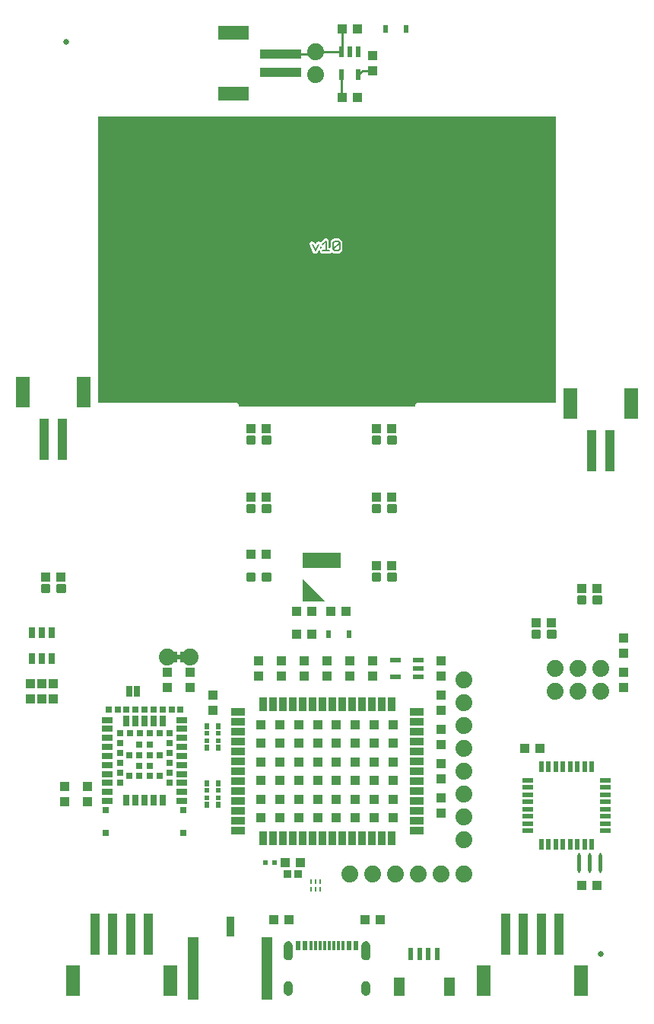
<source format=gtl>
G04 EAGLE Gerber RS-274X export*
G75*
%MOMM*%
%FSLAX34Y34*%
%LPD*%
%INTop Copper*%
%IPPOS*%
%AMOC8*
5,1,8,0,0,1.08239X$1,22.5*%
G01*
%ADD10C,0.203200*%
%ADD11C,0.635000*%
%ADD12R,1.200000X2.000000*%
%ADD13R,0.600000X1.350000*%
%ADD14R,1.100000X1.000000*%
%ADD15R,4.200000X1.700000*%
%ADD16R,1.000000X1.000000*%
%ADD17C,0.300000*%
%ADD18R,0.630000X0.830000*%
%ADD19R,1.000000X1.100000*%
%ADD20R,1.200000X0.550000*%
%ADD21R,0.850000X0.900000*%
%ADD22R,0.600000X0.600000*%
%ADD23R,0.850000X1.520000*%
%ADD24R,1.520000X0.850000*%
%ADD25R,1.100000X1.100000*%
%ADD26R,0.300000X1.000000*%
%ADD27R,0.600000X1.000000*%
%ADD28C,0.704800*%
%ADD29R,0.250000X0.610000*%
%ADD30R,0.250000X0.560000*%
%ADD31R,1.150000X7.000000*%
%ADD32R,0.900000X2.200000*%
%ADD33R,0.550000X0.800000*%
%ADD34R,0.550000X0.500000*%
%ADD35R,1.000000X4.600000*%
%ADD36R,1.600000X3.400000*%
%ADD37C,0.450000*%
%ADD38C,0.254000*%
%ADD39R,0.558800X1.270000*%
%ADD40R,1.270000X0.558800*%
%ADD41C,1.879600*%
%ADD42R,0.550000X1.200000*%
%ADD43R,4.600000X1.000000*%
%ADD44R,3.400000X1.600000*%
%ADD45R,0.635000X1.270000*%
%ADD46R,1.150000X0.700000*%
%ADD47R,0.700000X1.150000*%
%ADD48R,0.700000X0.700000*%
%ADD49R,0.700000X1.300000*%

G36*
X453156Y659642D02*
X453156Y659642D01*
X453175Y659640D01*
X453277Y659662D01*
X453379Y659679D01*
X453396Y659688D01*
X453416Y659692D01*
X453505Y659745D01*
X453596Y659794D01*
X453610Y659808D01*
X453627Y659818D01*
X453694Y659897D01*
X453766Y659972D01*
X453774Y659990D01*
X453787Y660005D01*
X453826Y660101D01*
X453869Y660195D01*
X453871Y660215D01*
X453879Y660233D01*
X453897Y660400D01*
X453897Y661768D01*
X455832Y663703D01*
X609600Y663703D01*
X609620Y663706D01*
X609639Y663704D01*
X609741Y663726D01*
X609843Y663742D01*
X609860Y663752D01*
X609880Y663756D01*
X609969Y663809D01*
X610060Y663858D01*
X610074Y663872D01*
X610091Y663882D01*
X610158Y663961D01*
X610230Y664036D01*
X610238Y664054D01*
X610251Y664069D01*
X610290Y664165D01*
X610333Y664259D01*
X610335Y664279D01*
X610343Y664297D01*
X610361Y664464D01*
X610361Y981600D01*
X610358Y981620D01*
X610360Y981639D01*
X610338Y981741D01*
X610322Y981843D01*
X610312Y981860D01*
X610308Y981880D01*
X610255Y981969D01*
X610206Y982060D01*
X610192Y982074D01*
X610182Y982091D01*
X610103Y982158D01*
X610028Y982230D01*
X610010Y982238D01*
X609995Y982251D01*
X609899Y982290D01*
X609805Y982333D01*
X609785Y982335D01*
X609767Y982343D01*
X609600Y982361D01*
X101600Y982361D01*
X101580Y982358D01*
X101561Y982360D01*
X101459Y982338D01*
X101357Y982322D01*
X101340Y982312D01*
X101320Y982308D01*
X101231Y982255D01*
X101140Y982206D01*
X101126Y982192D01*
X101109Y982182D01*
X101042Y982103D01*
X100971Y982028D01*
X100962Y982010D01*
X100949Y981995D01*
X100910Y981899D01*
X100867Y981805D01*
X100865Y981785D01*
X100857Y981767D01*
X100839Y981600D01*
X100839Y664464D01*
X100842Y664444D01*
X100840Y664425D01*
X100862Y664323D01*
X100879Y664221D01*
X100888Y664204D01*
X100892Y664184D01*
X100945Y664095D01*
X100994Y664004D01*
X101008Y663990D01*
X101018Y663973D01*
X101097Y663906D01*
X101172Y663834D01*
X101190Y663826D01*
X101205Y663813D01*
X101301Y663774D01*
X101395Y663731D01*
X101415Y663729D01*
X101433Y663721D01*
X101600Y663703D01*
X255368Y663703D01*
X257303Y661768D01*
X257303Y660400D01*
X257306Y660380D01*
X257304Y660361D01*
X257326Y660259D01*
X257342Y660157D01*
X257352Y660140D01*
X257356Y660120D01*
X257409Y660031D01*
X257458Y659940D01*
X257472Y659926D01*
X257482Y659909D01*
X257561Y659842D01*
X257636Y659771D01*
X257654Y659762D01*
X257669Y659749D01*
X257765Y659710D01*
X257859Y659667D01*
X257879Y659665D01*
X257897Y659657D01*
X258064Y659639D01*
X453136Y659639D01*
X453156Y659642D01*
G37*
%LPC*%
G36*
X342838Y829578D02*
X342838Y829578D01*
X342803Y829592D01*
X342717Y829598D01*
X342632Y829611D01*
X342595Y829605D01*
X342557Y829607D01*
X342401Y829574D01*
X341513Y830018D01*
X341482Y830028D01*
X341413Y830059D01*
X340470Y830374D01*
X340453Y830397D01*
X340439Y830432D01*
X340381Y830496D01*
X340331Y830566D01*
X340301Y830588D01*
X340276Y830616D01*
X340142Y830703D01*
X339827Y831645D01*
X339812Y831674D01*
X339786Y831745D01*
X335783Y839750D01*
X336582Y842146D01*
X338841Y843276D01*
X341237Y842477D01*
X341953Y841045D01*
X341964Y841031D01*
X341970Y841014D01*
X342036Y840931D01*
X342097Y840846D01*
X342112Y840835D01*
X342123Y840821D01*
X342212Y840764D01*
X342297Y840703D01*
X342314Y840697D01*
X342329Y840688D01*
X342432Y840662D01*
X342533Y840631D01*
X342550Y840631D01*
X342568Y840627D01*
X342673Y840635D01*
X342779Y840638D01*
X342795Y840644D01*
X342813Y840645D01*
X342910Y840687D01*
X343009Y840723D01*
X343023Y840734D01*
X343040Y840741D01*
X343119Y840811D01*
X343201Y840877D01*
X343211Y840892D01*
X343224Y840904D01*
X343315Y841045D01*
X344031Y842477D01*
X346427Y843276D01*
X348151Y842414D01*
X348171Y842407D01*
X348189Y842396D01*
X348265Y842377D01*
X348314Y842357D01*
X348343Y842354D01*
X348386Y842341D01*
X348407Y842341D01*
X348427Y842336D01*
X348473Y842340D01*
X348481Y842339D01*
X348497Y842339D01*
X348528Y842344D01*
X348529Y842344D01*
X348632Y842346D01*
X348652Y842354D01*
X348672Y842355D01*
X348720Y842375D01*
X348740Y842379D01*
X348781Y842400D01*
X348863Y842430D01*
X348879Y842443D01*
X348899Y842451D01*
X348940Y842485D01*
X348957Y842494D01*
X348975Y842512D01*
X349030Y842556D01*
X351056Y844583D01*
X353065Y846592D01*
X355591Y846592D01*
X357377Y844806D01*
X357377Y836676D01*
X357380Y836656D01*
X357378Y836637D01*
X357400Y836535D01*
X357417Y836433D01*
X357426Y836416D01*
X357430Y836396D01*
X357483Y836307D01*
X357532Y836216D01*
X357546Y836202D01*
X357556Y836185D01*
X357635Y836118D01*
X357710Y836046D01*
X357728Y836038D01*
X357743Y836025D01*
X357839Y835986D01*
X357933Y835943D01*
X357953Y835941D01*
X357971Y835933D01*
X358138Y835915D01*
X358653Y835915D01*
X358673Y835918D01*
X358692Y835916D01*
X358794Y835938D01*
X358896Y835954D01*
X358913Y835964D01*
X358933Y835968D01*
X359022Y836021D01*
X359113Y836070D01*
X359127Y836084D01*
X359144Y836094D01*
X359211Y836173D01*
X359282Y836248D01*
X359291Y836266D01*
X359304Y836281D01*
X359343Y836377D01*
X359386Y836471D01*
X359388Y836491D01*
X359396Y836509D01*
X359414Y836676D01*
X359414Y843026D01*
X360971Y844583D01*
X362214Y845826D01*
X362214Y845827D01*
X362980Y846592D01*
X369064Y846592D01*
X369859Y845797D01*
X371073Y844583D01*
X372630Y843026D01*
X372630Y833383D01*
X369064Y829817D01*
X362980Y829817D01*
X361603Y831194D01*
X361587Y831205D01*
X361574Y831221D01*
X361487Y831277D01*
X361403Y831337D01*
X361384Y831343D01*
X361368Y831354D01*
X361267Y831379D01*
X361168Y831410D01*
X361148Y831409D01*
X361129Y831414D01*
X361026Y831406D01*
X360922Y831403D01*
X360904Y831397D01*
X360884Y831395D01*
X360789Y831355D01*
X360691Y831319D01*
X360676Y831306D01*
X360657Y831299D01*
X360526Y831194D01*
X359150Y829817D01*
X349506Y829817D01*
X347720Y831603D01*
X347720Y832997D01*
X347709Y833066D01*
X347707Y833137D01*
X347689Y833187D01*
X347681Y833239D01*
X347648Y833302D01*
X347623Y833368D01*
X347590Y833410D01*
X347565Y833457D01*
X347514Y833505D01*
X347470Y833561D01*
X347426Y833590D01*
X347387Y833626D01*
X347323Y833656D01*
X347264Y833694D01*
X347212Y833707D01*
X347164Y833730D01*
X347094Y833737D01*
X347025Y833755D01*
X346972Y833751D01*
X346920Y833757D01*
X346850Y833742D01*
X346780Y833736D01*
X346731Y833716D01*
X346679Y833705D01*
X346619Y833668D01*
X346553Y833641D01*
X346514Y833606D01*
X346468Y833578D01*
X346422Y833525D01*
X346369Y833478D01*
X346329Y833416D01*
X346308Y833391D01*
X346300Y833370D01*
X346278Y833337D01*
X345482Y831745D01*
X345472Y831714D01*
X345441Y831645D01*
X345126Y830702D01*
X345103Y830685D01*
X345068Y830670D01*
X345004Y830613D01*
X344934Y830563D01*
X344912Y830532D01*
X344884Y830508D01*
X344797Y830373D01*
X343855Y830059D01*
X343826Y830044D01*
X343755Y830018D01*
X342866Y829574D01*
X342838Y829578D01*
G37*
%LPD*%
G36*
X352842Y442863D02*
X352842Y442863D01*
X352886Y442866D01*
X352908Y442882D01*
X352934Y442890D01*
X352963Y442923D01*
X352998Y442949D01*
X353008Y442975D01*
X353026Y442995D01*
X353033Y443039D01*
X353048Y443079D01*
X353043Y443106D01*
X353047Y443133D01*
X353029Y443174D01*
X353020Y443216D01*
X352994Y443252D01*
X352990Y443261D01*
X352985Y443265D01*
X352976Y443276D01*
X328976Y467276D01*
X328938Y467297D01*
X328905Y467326D01*
X328878Y467330D01*
X328854Y467343D01*
X328810Y467340D01*
X328767Y467347D01*
X328742Y467336D01*
X328714Y467334D01*
X328679Y467308D01*
X328639Y467290D01*
X328624Y467267D01*
X328602Y467251D01*
X328586Y467210D01*
X328562Y467174D01*
X328555Y467130D01*
X328552Y467121D01*
X328553Y467114D01*
X328551Y467100D01*
X328551Y443100D01*
X328556Y443084D01*
X328553Y443067D01*
X328575Y443017D01*
X328590Y442966D01*
X328603Y442955D01*
X328610Y442939D01*
X328655Y442909D01*
X328695Y442874D01*
X328712Y442871D01*
X328727Y442862D01*
X328800Y442851D01*
X352800Y442851D01*
X352842Y442863D01*
G37*
G36*
X399898Y43926D02*
X399898Y43926D01*
X399904Y43932D01*
X399909Y43929D01*
X400966Y44299D01*
X400970Y44306D01*
X400976Y44303D01*
X401924Y44899D01*
X401927Y44907D01*
X401932Y44906D01*
X402724Y45698D01*
X402725Y45706D01*
X402731Y45706D01*
X403327Y46654D01*
X403326Y46663D01*
X403331Y46664D01*
X403701Y47721D01*
X403700Y47725D01*
X403702Y47727D01*
X403700Y47730D01*
X403704Y47732D01*
X403829Y48845D01*
X403827Y48848D01*
X403829Y48850D01*
X403829Y59850D01*
X403827Y59853D01*
X403829Y59856D01*
X403704Y60968D01*
X403698Y60974D01*
X403701Y60979D01*
X403331Y62036D01*
X403325Y62040D01*
X403327Y62046D01*
X402731Y62994D01*
X402723Y62997D01*
X402724Y63002D01*
X401932Y63794D01*
X401924Y63795D01*
X401924Y63801D01*
X400976Y64397D01*
X400967Y64396D01*
X400966Y64401D01*
X399909Y64771D01*
X399901Y64769D01*
X399898Y64774D01*
X398786Y64899D01*
X398778Y64895D01*
X398775Y64899D01*
X397662Y64774D01*
X397656Y64768D01*
X397651Y64771D01*
X396594Y64401D01*
X396590Y64395D01*
X396584Y64397D01*
X395636Y63801D01*
X395633Y63793D01*
X395628Y63794D01*
X394836Y63002D01*
X394835Y62994D01*
X394829Y62994D01*
X394233Y62046D01*
X394234Y62039D01*
X394230Y62037D01*
X394230Y62036D01*
X394229Y62036D01*
X393859Y60979D01*
X393861Y60971D01*
X393856Y60968D01*
X393731Y59856D01*
X393733Y59852D01*
X393731Y59850D01*
X393731Y48850D01*
X393733Y48847D01*
X393731Y48845D01*
X393856Y47732D01*
X393862Y47726D01*
X393859Y47721D01*
X394229Y46664D01*
X394236Y46660D01*
X394233Y46654D01*
X394829Y45706D01*
X394837Y45703D01*
X394836Y45698D01*
X395628Y44906D01*
X395636Y44905D01*
X395636Y44899D01*
X396584Y44303D01*
X396593Y44304D01*
X396594Y44299D01*
X397651Y43929D01*
X397659Y43931D01*
X397662Y43926D01*
X398775Y43801D01*
X398782Y43805D01*
X398786Y43801D01*
X399898Y43926D01*
G37*
G36*
X313538Y43926D02*
X313538Y43926D01*
X313544Y43932D01*
X313549Y43929D01*
X314606Y44299D01*
X314610Y44306D01*
X314616Y44303D01*
X315564Y44899D01*
X315567Y44907D01*
X315572Y44906D01*
X316364Y45698D01*
X316365Y45706D01*
X316371Y45706D01*
X316967Y46654D01*
X316966Y46663D01*
X316971Y46664D01*
X317341Y47721D01*
X317340Y47725D01*
X317342Y47727D01*
X317340Y47730D01*
X317344Y47732D01*
X317469Y48845D01*
X317467Y48848D01*
X317469Y48850D01*
X317469Y59850D01*
X317467Y59853D01*
X317469Y59856D01*
X317344Y60968D01*
X317338Y60974D01*
X317341Y60979D01*
X316971Y62036D01*
X316965Y62040D01*
X316967Y62046D01*
X316371Y62994D01*
X316363Y62997D01*
X316364Y63002D01*
X315572Y63794D01*
X315564Y63795D01*
X315564Y63801D01*
X314616Y64397D01*
X314607Y64396D01*
X314606Y64401D01*
X313549Y64771D01*
X313541Y64769D01*
X313538Y64774D01*
X312426Y64899D01*
X312418Y64895D01*
X312415Y64899D01*
X311302Y64774D01*
X311296Y64768D01*
X311291Y64771D01*
X310234Y64401D01*
X310230Y64395D01*
X310224Y64397D01*
X309276Y63801D01*
X309273Y63793D01*
X309268Y63794D01*
X308476Y63002D01*
X308475Y62994D01*
X308469Y62994D01*
X307873Y62046D01*
X307874Y62039D01*
X307870Y62037D01*
X307870Y62036D01*
X307869Y62036D01*
X307499Y60979D01*
X307501Y60971D01*
X307496Y60968D01*
X307371Y59856D01*
X307373Y59852D01*
X307371Y59850D01*
X307371Y48850D01*
X307373Y48847D01*
X307371Y48845D01*
X307496Y47732D01*
X307502Y47726D01*
X307499Y47721D01*
X307869Y46664D01*
X307876Y46660D01*
X307873Y46654D01*
X308469Y45706D01*
X308477Y45703D01*
X308476Y45698D01*
X309268Y44906D01*
X309276Y44905D01*
X309276Y44899D01*
X310224Y44303D01*
X310233Y44304D01*
X310234Y44299D01*
X311291Y43929D01*
X311299Y43931D01*
X311302Y43926D01*
X312415Y43801D01*
X312422Y43805D01*
X312426Y43801D01*
X313538Y43926D01*
G37*
G36*
X313538Y4626D02*
X313538Y4626D01*
X313544Y4632D01*
X313549Y4629D01*
X314606Y4999D01*
X314610Y5006D01*
X314616Y5003D01*
X315564Y5599D01*
X315567Y5607D01*
X315572Y5606D01*
X316364Y6398D01*
X316365Y6406D01*
X316371Y6406D01*
X316967Y7354D01*
X316966Y7363D01*
X316971Y7364D01*
X317341Y8421D01*
X317340Y8425D01*
X317342Y8427D01*
X317340Y8430D01*
X317344Y8432D01*
X317469Y9545D01*
X317467Y9548D01*
X317469Y9550D01*
X317469Y15550D01*
X317467Y15553D01*
X317469Y15556D01*
X317344Y16668D01*
X317338Y16674D01*
X317341Y16679D01*
X316971Y17736D01*
X316965Y17740D01*
X316967Y17746D01*
X316371Y18694D01*
X316363Y18697D01*
X316364Y18702D01*
X315572Y19494D01*
X315564Y19495D01*
X315564Y19501D01*
X314616Y20097D01*
X314607Y20096D01*
X314606Y20101D01*
X313549Y20471D01*
X313541Y20469D01*
X313538Y20474D01*
X312426Y20599D01*
X312418Y20595D01*
X312415Y20599D01*
X311302Y20474D01*
X311296Y20468D01*
X311291Y20471D01*
X310234Y20101D01*
X310230Y20095D01*
X310224Y20097D01*
X309276Y19501D01*
X309273Y19493D01*
X309268Y19494D01*
X308476Y18702D01*
X308475Y18694D01*
X308469Y18694D01*
X307873Y17746D01*
X307874Y17737D01*
X307869Y17736D01*
X307499Y16679D01*
X307501Y16671D01*
X307496Y16668D01*
X307371Y15556D01*
X307373Y15552D01*
X307371Y15550D01*
X307371Y9550D01*
X307373Y9547D01*
X307371Y9545D01*
X307496Y8432D01*
X307502Y8426D01*
X307499Y8421D01*
X307869Y7364D01*
X307876Y7360D01*
X307873Y7354D01*
X308469Y6406D01*
X308477Y6403D01*
X308476Y6398D01*
X309268Y5606D01*
X309276Y5605D01*
X309276Y5599D01*
X310224Y5003D01*
X310233Y5004D01*
X310234Y4999D01*
X311291Y4629D01*
X311299Y4631D01*
X311302Y4626D01*
X312415Y4501D01*
X312422Y4505D01*
X312426Y4501D01*
X313538Y4626D01*
G37*
G36*
X399898Y4626D02*
X399898Y4626D01*
X399904Y4632D01*
X399909Y4629D01*
X400966Y4999D01*
X400970Y5006D01*
X400976Y5003D01*
X401924Y5599D01*
X401927Y5607D01*
X401932Y5606D01*
X402724Y6398D01*
X402725Y6406D01*
X402731Y6406D01*
X403327Y7354D01*
X403326Y7363D01*
X403331Y7364D01*
X403701Y8421D01*
X403700Y8425D01*
X403702Y8427D01*
X403700Y8430D01*
X403704Y8432D01*
X403829Y9545D01*
X403827Y9548D01*
X403829Y9550D01*
X403829Y15550D01*
X403827Y15553D01*
X403829Y15556D01*
X403704Y16668D01*
X403698Y16674D01*
X403701Y16679D01*
X403331Y17736D01*
X403325Y17740D01*
X403327Y17746D01*
X402731Y18694D01*
X402723Y18697D01*
X402724Y18702D01*
X401932Y19494D01*
X401924Y19495D01*
X401924Y19501D01*
X400976Y20097D01*
X400967Y20096D01*
X400966Y20101D01*
X399909Y20471D01*
X399901Y20469D01*
X399898Y20474D01*
X398786Y20599D01*
X398778Y20595D01*
X398775Y20599D01*
X397662Y20474D01*
X397656Y20468D01*
X397651Y20471D01*
X396594Y20101D01*
X396590Y20095D01*
X396584Y20097D01*
X395636Y19501D01*
X395633Y19493D01*
X395628Y19494D01*
X394836Y18702D01*
X394835Y18694D01*
X394829Y18694D01*
X394233Y17746D01*
X394234Y17737D01*
X394229Y17736D01*
X393859Y16679D01*
X393861Y16671D01*
X393856Y16668D01*
X393731Y15556D01*
X393733Y15552D01*
X393731Y15550D01*
X393731Y9550D01*
X393733Y9547D01*
X393731Y9545D01*
X393856Y8432D01*
X393862Y8426D01*
X393859Y8421D01*
X394229Y7364D01*
X394236Y7360D01*
X394233Y7354D01*
X394829Y6406D01*
X394837Y6403D01*
X394836Y6398D01*
X395628Y5606D01*
X395636Y5605D01*
X395636Y5599D01*
X396584Y5003D01*
X396593Y5004D01*
X396594Y4999D01*
X397651Y4629D01*
X397659Y4631D01*
X397662Y4626D01*
X398775Y4501D01*
X398782Y4505D01*
X398786Y4501D01*
X399898Y4626D01*
G37*
G36*
X197504Y378155D02*
X197504Y378155D01*
X197526Y378159D01*
X197533Y378174D01*
X197542Y378180D01*
X197541Y378190D01*
X197548Y378206D01*
X197548Y383794D01*
X197536Y383813D01*
X197532Y383835D01*
X197517Y383842D01*
X197511Y383851D01*
X197501Y383850D01*
X197485Y383857D01*
X188659Y383857D01*
X188640Y383845D01*
X188617Y383841D01*
X188610Y383826D01*
X188601Y383820D01*
X188602Y383817D01*
X188601Y383817D01*
X188603Y383809D01*
X188596Y383794D01*
X188596Y378206D01*
X188608Y378187D01*
X188611Y378165D01*
X188627Y378158D01*
X188633Y378149D01*
X188643Y378150D01*
X188659Y378143D01*
X197485Y378143D01*
X197504Y378155D01*
G37*
G36*
X348465Y835143D02*
X348465Y835143D01*
X348586Y835152D01*
X348587Y835152D01*
X348588Y835152D01*
X348698Y835200D01*
X348812Y835248D01*
X348813Y835248D01*
X348814Y835249D01*
X348945Y835353D01*
X349478Y835887D01*
X349490Y835903D01*
X349505Y835915D01*
X349562Y836003D01*
X349622Y836087D01*
X349628Y836105D01*
X349638Y836122D01*
X349664Y836223D01*
X349694Y836322D01*
X349694Y836342D01*
X349698Y836361D01*
X349690Y836464D01*
X349688Y836567D01*
X349681Y836586D01*
X349679Y836606D01*
X349639Y836701D01*
X349603Y836798D01*
X349591Y836814D01*
X349583Y836832D01*
X349478Y836963D01*
X349300Y837141D01*
X349285Y837152D01*
X349273Y837167D01*
X349185Y837224D01*
X349101Y837285D01*
X349083Y837290D01*
X349067Y837300D01*
X348965Y837326D01*
X348866Y837357D01*
X348847Y837357D01*
X348828Y837361D01*
X348724Y837353D01*
X348620Y837351D01*
X348602Y837344D01*
X348583Y837343D01*
X348487Y837302D01*
X348389Y837266D01*
X348374Y837254D01*
X348357Y837247D01*
X348279Y837178D01*
X348197Y837112D01*
X348186Y837097D01*
X348172Y837084D01*
X348081Y836943D01*
X347726Y836232D01*
X347725Y836231D01*
X347725Y836230D01*
X347690Y836117D01*
X347653Y835997D01*
X347653Y835996D01*
X347652Y835995D01*
X347656Y835872D01*
X347658Y835751D01*
X347659Y835750D01*
X347659Y835749D01*
X347704Y835625D01*
X347742Y835520D01*
X347743Y835519D01*
X347743Y835518D01*
X347822Y835420D01*
X347895Y835328D01*
X347896Y835327D01*
X347897Y835326D01*
X347999Y835261D01*
X348102Y835194D01*
X348103Y835194D01*
X348104Y835193D01*
X348224Y835163D01*
X348340Y835133D01*
X348341Y835133D01*
X348342Y835133D01*
X348465Y835143D01*
G37*
D10*
X339075Y839984D02*
X342634Y832866D01*
X346193Y839984D01*
X350769Y839984D02*
X354328Y843543D01*
X354328Y832866D01*
X350769Y832866D02*
X357887Y832866D01*
X362463Y834646D02*
X362463Y841764D01*
X364242Y843543D01*
X367802Y843543D01*
X369581Y841764D01*
X369581Y834646D01*
X367802Y832866D01*
X364242Y832866D01*
X362463Y834646D01*
X369581Y841764D01*
D11*
X660400Y50800D03*
X65300Y1065000D03*
D12*
X435550Y14050D03*
X491550Y14050D03*
D13*
X448550Y50800D03*
X458550Y50800D03*
X468550Y50800D03*
X478550Y50800D03*
D14*
X321700Y431800D03*
X338700Y431800D03*
D15*
X349600Y488400D03*
D16*
X335380Y449580D03*
D17*
X284670Y618800D02*
X284670Y625800D01*
X291670Y625800D01*
X291670Y618800D01*
X284670Y618800D01*
X284670Y621650D02*
X291670Y621650D01*
X291670Y624500D02*
X284670Y624500D01*
X267130Y625800D02*
X267130Y618800D01*
X267130Y625800D02*
X274130Y625800D01*
X274130Y618800D01*
X267130Y618800D01*
X267130Y621650D02*
X274130Y621650D01*
X274130Y624500D02*
X267130Y624500D01*
D18*
X356800Y406400D03*
X379800Y406400D03*
D14*
X321700Y406400D03*
X338700Y406400D03*
X287900Y635000D03*
X270900Y635000D03*
D19*
X381000Y359800D03*
X381000Y376800D03*
X355600Y376800D03*
X355600Y359800D03*
D17*
X652970Y441000D02*
X652970Y448000D01*
X659970Y448000D01*
X659970Y441000D01*
X652970Y441000D01*
X652970Y443850D02*
X659970Y443850D01*
X659970Y446700D02*
X652970Y446700D01*
X635430Y448000D02*
X635430Y441000D01*
X635430Y448000D02*
X642430Y448000D01*
X642430Y441000D01*
X635430Y441000D01*
X635430Y443850D02*
X642430Y443850D01*
X642430Y446700D02*
X635430Y446700D01*
D14*
X656200Y457200D03*
X639200Y457200D03*
D20*
X457501Y358800D03*
X457501Y368300D03*
X457501Y377800D03*
X431499Y377800D03*
X431499Y358800D03*
D19*
X482600Y359800D03*
X482600Y376800D03*
X279400Y376800D03*
X279400Y359800D03*
X304800Y376800D03*
X304800Y359800D03*
D17*
X284670Y542600D02*
X284670Y549600D01*
X291670Y549600D01*
X291670Y542600D01*
X284670Y542600D01*
X284670Y545450D02*
X291670Y545450D01*
X291670Y548300D02*
X284670Y548300D01*
X267130Y549600D02*
X267130Y542600D01*
X267130Y549600D02*
X274130Y549600D01*
X274130Y542600D01*
X267130Y542600D01*
X267130Y545450D02*
X274130Y545450D01*
X274130Y548300D02*
X267130Y548300D01*
D14*
X287900Y558800D03*
X270900Y558800D03*
D17*
X284670Y473400D02*
X284670Y466400D01*
X284670Y473400D02*
X291670Y473400D01*
X291670Y466400D01*
X284670Y466400D01*
X284670Y469250D02*
X291670Y469250D01*
X291670Y472100D02*
X284670Y472100D01*
X267130Y473400D02*
X267130Y466400D01*
X267130Y473400D02*
X274130Y473400D01*
X274130Y466400D01*
X267130Y466400D01*
X267130Y469250D02*
X274130Y469250D01*
X274130Y472100D02*
X267130Y472100D01*
D14*
X287900Y495300D03*
X270900Y495300D03*
D21*
X311700Y139700D03*
X323300Y139700D03*
D14*
X309000Y152400D03*
X326000Y152400D03*
D19*
X330200Y376800D03*
X330200Y359800D03*
D22*
X287100Y152400D03*
X297100Y152400D03*
D23*
X284100Y179500D03*
X295100Y179500D03*
X306100Y179500D03*
X317100Y179500D03*
X328100Y179500D03*
X339100Y179500D03*
X350100Y179500D03*
X361100Y179500D03*
X372100Y179500D03*
X383100Y179500D03*
X394100Y179500D03*
X405100Y179500D03*
X416100Y179500D03*
X427100Y179500D03*
D24*
X455100Y188000D03*
X455100Y199000D03*
X455100Y210000D03*
X455100Y221000D03*
X455100Y232000D03*
X455100Y243000D03*
X455100Y254000D03*
X455100Y265000D03*
X455100Y276000D03*
X455100Y287000D03*
X455100Y298000D03*
X455100Y309000D03*
X455100Y320000D03*
D23*
X427100Y328500D03*
X416100Y328500D03*
X405100Y328500D03*
X394100Y328500D03*
X383100Y328500D03*
X372100Y328500D03*
X361100Y328500D03*
X350100Y328500D03*
X339100Y328500D03*
X328100Y328500D03*
X317100Y328500D03*
X306100Y328500D03*
X295100Y328500D03*
X284100Y328500D03*
D24*
X256100Y320000D03*
X256100Y309000D03*
X256100Y298000D03*
X256100Y287000D03*
X256100Y276000D03*
X256100Y265000D03*
X256100Y254000D03*
X256100Y243000D03*
X256100Y232000D03*
X256100Y221000D03*
X256100Y210000D03*
X256100Y199000D03*
X256100Y188000D03*
D25*
X345100Y243500D03*
X324100Y243500D03*
X303100Y243500D03*
X282100Y243500D03*
X345100Y223000D03*
X324100Y223000D03*
X303100Y223000D03*
X282100Y223000D03*
X345100Y202500D03*
X324100Y202500D03*
X303100Y202500D03*
X282100Y202500D03*
X345100Y305500D03*
X324100Y305500D03*
X303100Y305500D03*
X282100Y305500D03*
X345100Y285000D03*
X324100Y285000D03*
X303100Y285000D03*
X282100Y285000D03*
X345100Y264500D03*
X324100Y264500D03*
X303100Y264500D03*
X282100Y264500D03*
X366100Y264500D03*
X387100Y264500D03*
X408100Y264500D03*
X429100Y264500D03*
X366100Y285000D03*
X387100Y285000D03*
X408100Y285000D03*
X429100Y285000D03*
X366100Y305500D03*
X387100Y305500D03*
X408100Y305500D03*
X429100Y305500D03*
X366100Y202500D03*
X387100Y202500D03*
X408100Y202500D03*
X429100Y202500D03*
X366100Y223000D03*
X387100Y223000D03*
X408100Y223000D03*
X429100Y223000D03*
X366100Y243500D03*
X387100Y243500D03*
X408100Y243500D03*
X429100Y243500D03*
D14*
X414900Y88900D03*
X397900Y88900D03*
X296300Y88900D03*
X313300Y88900D03*
D26*
X363100Y60100D03*
X358100Y60100D03*
D27*
X387850Y60100D03*
X380100Y60100D03*
D26*
X373100Y60100D03*
X368100Y60100D03*
X348100Y60100D03*
X353100Y60100D03*
D27*
X323350Y60100D03*
X331100Y60100D03*
D26*
X338100Y60100D03*
X343100Y60100D03*
D28*
X312420Y16074D02*
X312420Y9026D01*
X398780Y9026D02*
X398780Y16074D01*
X398780Y50826D02*
X398780Y57874D01*
X312420Y57874D02*
X312420Y50826D01*
D19*
X406400Y359800D03*
X406400Y376800D03*
D14*
X359800Y431800D03*
X376800Y431800D03*
D29*
X337900Y122950D03*
D30*
X342900Y122700D03*
X347900Y122700D03*
X347900Y131300D03*
X342900Y131300D03*
X337900Y131300D03*
D31*
X289050Y35000D03*
D32*
X247650Y81000D03*
D31*
X206250Y35000D03*
D33*
X234800Y280100D03*
D34*
X234800Y288100D03*
X234800Y296100D03*
D33*
X234800Y304100D03*
X221800Y304100D03*
D34*
X221800Y296100D03*
X221800Y288100D03*
D33*
X221800Y280100D03*
X234800Y216600D03*
D34*
X234800Y224600D03*
X234800Y232600D03*
D33*
X234800Y240600D03*
X221800Y240600D03*
D34*
X221800Y232600D03*
X221800Y224600D03*
D33*
X221800Y216600D03*
D19*
X228600Y321700D03*
X228600Y338700D03*
X482600Y338700D03*
X482600Y321700D03*
X482600Y300600D03*
X482600Y283600D03*
X482600Y245500D03*
X482600Y262500D03*
X482600Y224400D03*
X482600Y207400D03*
D35*
X614100Y73100D03*
X554100Y73100D03*
D36*
X638100Y21100D03*
X530100Y21100D03*
D35*
X574100Y73100D03*
X594100Y73100D03*
X156900Y73100D03*
X96900Y73100D03*
D36*
X180900Y21100D03*
X72900Y21100D03*
D35*
X116900Y73100D03*
X136900Y73100D03*
D19*
X685800Y347100D03*
X685800Y364100D03*
D14*
X656200Y127000D03*
X639200Y127000D03*
X59300Y469900D03*
X42300Y469900D03*
D17*
X56070Y460700D02*
X56070Y453700D01*
X56070Y460700D02*
X63070Y460700D01*
X63070Y453700D01*
X56070Y453700D01*
X56070Y456550D02*
X63070Y456550D01*
X63070Y459400D02*
X56070Y459400D01*
X38530Y460700D02*
X38530Y453700D01*
X38530Y460700D02*
X45530Y460700D01*
X45530Y453700D01*
X38530Y453700D01*
X38530Y456550D02*
X45530Y456550D01*
X45530Y459400D02*
X38530Y459400D01*
D37*
X659700Y159675D02*
X659700Y145125D01*
X647700Y145125D02*
X647700Y159675D01*
X635700Y159675D02*
X635700Y145125D01*
D38*
X659700Y142240D02*
X659700Y152400D01*
X659700Y162560D01*
X635700Y152400D02*
X635700Y142240D01*
X635700Y152400D02*
X635700Y162560D01*
X647700Y152400D02*
X647700Y142240D01*
X647700Y152400D02*
X647700Y162560D01*
D19*
X685800Y385200D03*
X685800Y402200D03*
D39*
X594300Y172974D03*
X602300Y172974D03*
X610300Y172974D03*
X618300Y172974D03*
X626300Y172974D03*
X634300Y172974D03*
X642300Y172974D03*
X650300Y172974D03*
D40*
X665226Y187900D03*
X665226Y195900D03*
X665226Y203900D03*
X665226Y211900D03*
X665226Y219900D03*
X665226Y227900D03*
X665226Y235900D03*
X665226Y243900D03*
D39*
X650300Y258826D03*
X642300Y258826D03*
X634300Y258826D03*
X626300Y258826D03*
X618300Y258826D03*
X610300Y258826D03*
X602300Y258826D03*
X594300Y258826D03*
D40*
X579374Y243900D03*
X579374Y235900D03*
X579374Y227900D03*
X579374Y219900D03*
X579374Y211900D03*
X579374Y203900D03*
X579374Y195900D03*
X579374Y187900D03*
D41*
X609600Y342900D03*
X609600Y368300D03*
X635000Y342900D03*
X635000Y368300D03*
X660400Y342900D03*
X660400Y368300D03*
D14*
X592700Y279400D03*
X575700Y279400D03*
D41*
X381000Y139700D03*
X406400Y139700D03*
X431800Y139700D03*
X457200Y139700D03*
X482600Y139700D03*
X508000Y139700D03*
D35*
X650400Y610700D03*
X670400Y610700D03*
D36*
X626400Y662700D03*
X694400Y662700D03*
D42*
X390500Y1054401D03*
X381000Y1054401D03*
X371500Y1054401D03*
X371500Y1028399D03*
X390500Y1028399D03*
D19*
X406400Y1049900D03*
X406400Y1032900D03*
D14*
X372500Y1079500D03*
X389500Y1079500D03*
X372500Y1003300D03*
X389500Y1003300D03*
D17*
X591630Y409900D02*
X591630Y402900D01*
X584630Y402900D01*
X584630Y409900D01*
X591630Y409900D01*
X591630Y405750D02*
X584630Y405750D01*
X584630Y408600D02*
X591630Y408600D01*
X609170Y409900D02*
X609170Y402900D01*
X602170Y402900D01*
X602170Y409900D01*
X609170Y409900D01*
X609170Y405750D02*
X602170Y405750D01*
X602170Y408600D02*
X609170Y408600D01*
D14*
X605400Y419100D03*
X588400Y419100D03*
D43*
X303700Y1031400D03*
X303700Y1051400D03*
D44*
X251700Y1007400D03*
X251700Y1075400D03*
D41*
X342900Y1054100D03*
X342900Y1028700D03*
D18*
X443300Y1079500D03*
X420300Y1079500D03*
D19*
X63500Y220100D03*
X63500Y237100D03*
X203200Y364100D03*
X203200Y347100D03*
X88900Y220100D03*
X88900Y237100D03*
X38100Y334400D03*
X38100Y351400D03*
X50800Y334400D03*
X50800Y351400D03*
X25400Y334400D03*
X25400Y351400D03*
D45*
X135636Y342900D03*
X143764Y342900D03*
D46*
X111150Y311000D03*
X111150Y301000D03*
X111150Y291000D03*
X111150Y281000D03*
X111150Y271000D03*
X111150Y261000D03*
X111150Y251000D03*
X111150Y241000D03*
X111150Y231000D03*
X111150Y221000D03*
D47*
X132400Y221750D03*
X142400Y221750D03*
X152400Y221750D03*
X162400Y221750D03*
X172400Y221750D03*
D46*
X193650Y221000D03*
X193650Y231000D03*
X193650Y241000D03*
X193650Y251000D03*
X193650Y261000D03*
X193650Y271000D03*
X193650Y281000D03*
X193650Y291000D03*
X193650Y301000D03*
X193650Y311000D03*
D47*
X172400Y310250D03*
X162400Y310250D03*
X152400Y310250D03*
X142400Y310250D03*
X132400Y310250D03*
D48*
X124900Y296500D03*
X124900Y285500D03*
X124900Y274500D03*
X124900Y263500D03*
X124900Y252500D03*
X124900Y241500D03*
X179900Y241500D03*
X179900Y252500D03*
X179900Y263500D03*
X179900Y274500D03*
X179900Y285500D03*
X179900Y296500D03*
X168900Y296500D03*
X157900Y296500D03*
X146900Y296500D03*
X135900Y296500D03*
X192400Y322500D03*
X182400Y322500D03*
X172400Y322500D03*
X162400Y322500D03*
X152400Y322500D03*
X142400Y322500D03*
X132400Y322500D03*
X122400Y322500D03*
X112400Y322500D03*
X135150Y248750D03*
X146650Y248750D03*
X158150Y248750D03*
X169650Y248750D03*
X146650Y260250D03*
X158150Y260250D03*
X135150Y271750D03*
X146650Y271750D03*
X158150Y271750D03*
X169650Y271750D03*
X146650Y283250D03*
X158150Y283250D03*
X108900Y211000D03*
X108900Y185500D03*
X195900Y185500D03*
X195900Y211000D03*
D49*
X27100Y378950D03*
X38100Y378950D03*
X49100Y378950D03*
X49100Y408450D03*
X38100Y408450D03*
X27100Y408450D03*
D19*
X177800Y347100D03*
X177800Y364100D03*
D45*
X195580Y381000D03*
X185420Y381000D03*
D41*
X203200Y381000D03*
X177800Y381000D03*
D14*
X410600Y635000D03*
X427600Y635000D03*
D17*
X424370Y625800D02*
X424370Y618800D01*
X424370Y625800D02*
X431370Y625800D01*
X431370Y618800D01*
X424370Y618800D01*
X424370Y621650D02*
X431370Y621650D01*
X431370Y624500D02*
X424370Y624500D01*
X406830Y625800D02*
X406830Y618800D01*
X406830Y625800D02*
X413830Y625800D01*
X413830Y618800D01*
X406830Y618800D01*
X406830Y621650D02*
X413830Y621650D01*
X413830Y624500D02*
X406830Y624500D01*
D14*
X410600Y558800D03*
X427600Y558800D03*
D17*
X424370Y549600D02*
X424370Y542600D01*
X424370Y549600D02*
X431370Y549600D01*
X431370Y542600D01*
X424370Y542600D01*
X424370Y545450D02*
X431370Y545450D01*
X431370Y548300D02*
X424370Y548300D01*
X406830Y549600D02*
X406830Y542600D01*
X406830Y549600D02*
X413830Y549600D01*
X413830Y542600D01*
X406830Y542600D01*
X406830Y545450D02*
X413830Y545450D01*
X413830Y548300D02*
X406830Y548300D01*
D14*
X410600Y482600D03*
X427600Y482600D03*
D17*
X424370Y473400D02*
X424370Y466400D01*
X424370Y473400D02*
X431370Y473400D01*
X431370Y466400D01*
X424370Y466400D01*
X424370Y469250D02*
X431370Y469250D01*
X431370Y472100D02*
X424370Y472100D01*
X406830Y473400D02*
X406830Y466400D01*
X406830Y473400D02*
X413830Y473400D01*
X413830Y466400D01*
X406830Y466400D01*
X406830Y469250D02*
X413830Y469250D01*
X413830Y472100D02*
X406830Y472100D01*
D41*
X508000Y177800D03*
X508000Y203200D03*
X508000Y228600D03*
X508000Y254000D03*
X508000Y279400D03*
X508000Y304800D03*
X508000Y330200D03*
X508000Y355600D03*
D35*
X40800Y623400D03*
X60800Y623400D03*
D36*
X16800Y675400D03*
X84800Y675400D03*
D38*
X371500Y1004300D02*
X371500Y1028399D01*
X371500Y1004300D02*
X372500Y1003300D01*
X390500Y1028399D02*
X395001Y1032900D01*
X406400Y1032900D01*
X340200Y1051400D02*
X303700Y1051400D01*
X340200Y1051400D02*
X342900Y1054100D01*
X371199Y1054100D01*
X371500Y1054401D01*
X372500Y1055401D01*
X372500Y1079500D01*
M02*

</source>
